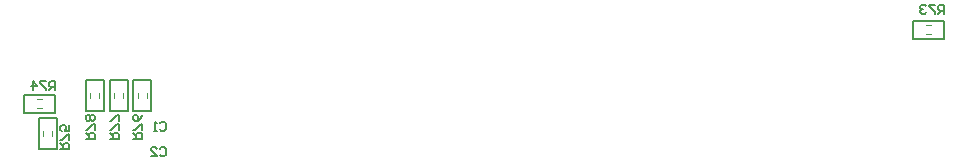
<source format=gbo>
G04*
G04 #@! TF.GenerationSoftware,Altium Limited,Altium Designer,22.7.1 (60)*
G04*
G04 Layer_Color=32896*
%FSLAX24Y24*%
%MOIN*%
G70*
G04*
G04 #@! TF.SameCoordinates,1DD6C3B8-EF33-4A04-8B88-EBD51A11C9DD*
G04*
G04*
G04 #@! TF.FilePolarity,Positive*
G04*
G01*
G75*
%ADD12C,0.0050*%
%ADD17C,0.0039*%
%ADD18C,0.0060*%
D12*
X55118Y20774D02*
X56168D01*
Y21374D01*
X55118D02*
X56168D01*
X55118Y20774D02*
Y21374D01*
X25979Y18130D02*
X26579D01*
Y17080D02*
Y18130D01*
X25979Y17080D02*
X26579D01*
X25979D02*
Y18130D01*
X26529Y18309D02*
Y18909D01*
X25479Y18309D02*
X26529D01*
X25479D02*
Y18909D01*
X26529D01*
X29125Y19399D02*
X29725D01*
Y18349D02*
Y19399D01*
X29125Y18349D02*
X29725D01*
X29125D02*
Y19399D01*
X27550Y19404D02*
X28150D01*
Y18354D02*
Y19404D01*
X27550Y18354D02*
X28150D01*
X27550D02*
Y19404D01*
X28337Y19399D02*
X28937D01*
Y18349D02*
Y19399D01*
X28337Y18349D02*
X28937D01*
X28337D02*
Y19399D01*
D17*
X55568Y21224D02*
X55718D01*
X55568Y20924D02*
X55718D01*
X26129Y17530D02*
Y17680D01*
X26429Y17530D02*
Y17680D01*
X25929Y18759D02*
X26079D01*
X25929Y18459D02*
X26079D01*
X29275Y18799D02*
Y18949D01*
X29575Y18799D02*
Y18949D01*
X27700Y18804D02*
Y18954D01*
X28000Y18804D02*
Y18954D01*
X28487Y18799D02*
Y18949D01*
X28787Y18799D02*
Y18949D01*
D18*
X56168Y21606D02*
Y21906D01*
X56018D01*
X55968Y21856D01*
Y21756D01*
X56018Y21706D01*
X56168D01*
X56068D02*
X55968Y21606D01*
X55868Y21906D02*
X55668D01*
Y21856D01*
X55868Y21656D01*
Y21606D01*
X55568Y21856D02*
X55518Y21906D01*
X55418D01*
X55368Y21856D01*
Y21806D01*
X55418Y21756D01*
X55468D01*
X55418D01*
X55368Y21706D01*
Y21656D01*
X55418Y21606D01*
X55518D01*
X55568Y21656D01*
X30016Y17953D02*
X30066Y18003D01*
X30166D01*
X30216Y17953D01*
Y17753D01*
X30166Y17703D01*
X30066D01*
X30016Y17753D01*
X29916Y17703D02*
X29816D01*
X29866D01*
Y18003D01*
X29916Y17953D01*
X27550Y17435D02*
X27850D01*
Y17585D01*
X27800Y17635D01*
X27700D01*
X27650Y17585D01*
Y17435D01*
Y17535D02*
X27550Y17635D01*
X27850Y17735D02*
Y17935D01*
X27800D01*
X27600Y17735D01*
X27550D01*
X27800Y18035D02*
X27850Y18085D01*
Y18185D01*
X27800Y18235D01*
X27750D01*
X27700Y18185D01*
X27650Y18235D01*
X27600D01*
X27550Y18185D01*
Y18085D01*
X27600Y18035D01*
X27650D01*
X27700Y18085D01*
X27750Y18035D01*
X27800D01*
X27700Y18085D02*
Y18185D01*
X28337Y17435D02*
X28637D01*
Y17585D01*
X28587Y17635D01*
X28487D01*
X28437Y17585D01*
Y17435D01*
Y17535D02*
X28337Y17635D01*
X28637Y17735D02*
Y17935D01*
X28587D01*
X28387Y17735D01*
X28337D01*
X28637Y18035D02*
Y18235D01*
X28587D01*
X28387Y18035D01*
X28337D01*
X29125Y17435D02*
X29425D01*
Y17585D01*
X29375Y17635D01*
X29275D01*
X29225Y17585D01*
Y17435D01*
Y17535D02*
X29125Y17635D01*
X29425Y17735D02*
Y17935D01*
X29375D01*
X29175Y17735D01*
X29125D01*
X29425Y18235D02*
X29375Y18135D01*
X29275Y18035D01*
X29175D01*
X29125Y18085D01*
Y18185D01*
X29175Y18235D01*
X29225D01*
X29275Y18185D01*
Y18035D01*
X26529Y19048D02*
Y19348D01*
X26379D01*
X26329Y19298D01*
Y19198D01*
X26379Y19148D01*
X26529D01*
X26429D02*
X26329Y19048D01*
X26229Y19348D02*
X26029D01*
Y19298D01*
X26229Y19098D01*
Y19048D01*
X25779D02*
Y19348D01*
X25929Y19198D01*
X25729D01*
X26687Y17080D02*
X26987D01*
Y17230D01*
X26937Y17280D01*
X26837D01*
X26787Y17230D01*
Y17080D01*
Y17180D02*
X26687Y17280D01*
X26987Y17380D02*
Y17580D01*
X26937D01*
X26737Y17380D01*
X26687D01*
X26987Y17880D02*
Y17680D01*
X26837D01*
X26887Y17780D01*
Y17830D01*
X26837Y17880D01*
X26737D01*
X26687Y17830D01*
Y17730D01*
X26737Y17680D01*
X30016Y17102D02*
X30066Y17152D01*
X30166D01*
X30216Y17102D01*
Y16902D01*
X30166Y16852D01*
X30066D01*
X30016Y16902D01*
X29716Y16852D02*
X29916D01*
X29716Y17052D01*
Y17102D01*
X29766Y17152D01*
X29866D01*
X29916Y17102D01*
M02*

</source>
